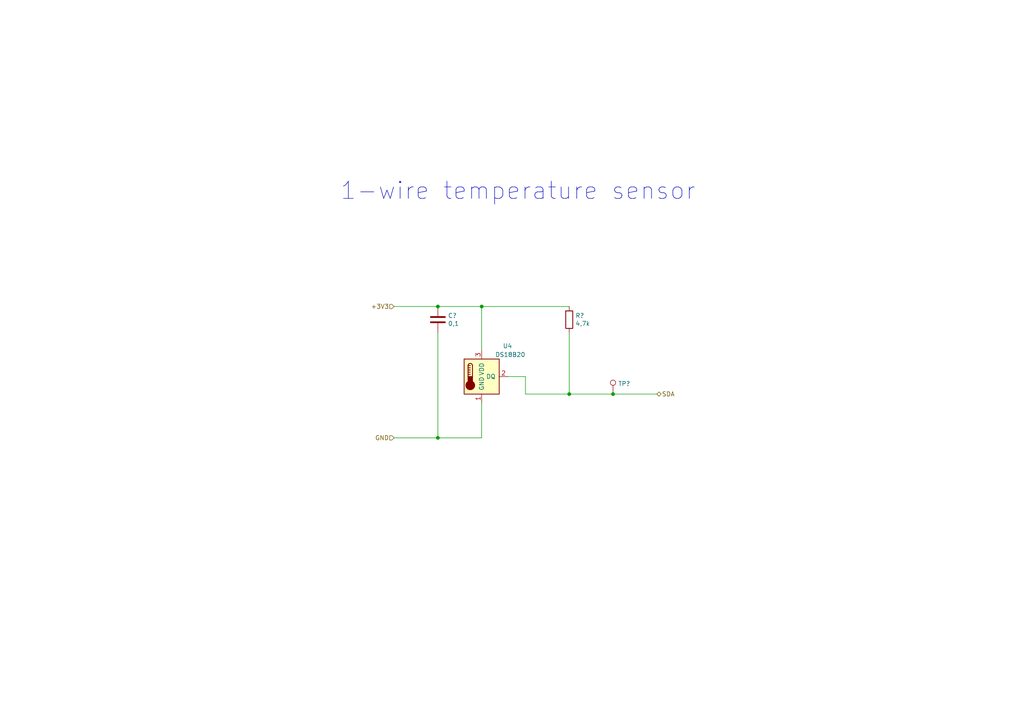
<source format=kicad_sch>
(kicad_sch (version 20231120) (generator "eeschema") (generator_version "8.0")
  (paper "A4")
  (title_block (title "Furnace 230V") (date "2021-08-26") (rev "1.0") (company "Yuriy Volkov"))
  (lib_symbols
    (symbol "furnace_230V-rescue:C-Device" (pin_numbers hide) (pin_names (offset 0.254))
      (property "Reference" "C" (at 0.635 2.54 0))
      (property "Value" "C-Device" (at 0.635 -2.54 0))
      (symbol "C-Device_0_1"
        (polyline (pts (xy -2.032 -0.762) (xy 2.032 -0.762)) (stroke (width 0.508)))
        (polyline (pts (xy -2.032 0.762) (xy 2.032 0.762)) (stroke (width 0.508)))
      )
      (symbol "C-Device_1_1"
        (pin passive line (at 0 3.81 270) (length 2.794) (name "~") (number "1"))
        (pin passive line (at 0 -3.81 90) (length 2.794) (name "~") (number "2"))
      )
    )
    (symbol "furnace_230V-rescue:DS18B20-Sensor_Temperature" (pin_names (offset 1.016))
      (property "Reference" "U" (at -3.81 6.35 0))
      (property "Value" "DS18B20-Sensor_Temperature" (at 6.35 6.35 0))
      (symbol "DS18B20-Sensor_Temperature_0_1"
        (rectangle (start -5.08 5.08) (end 5.08 -5.08) (stroke (width 0.254)) (fill (type background)))
        (circle (center -3.302 -2.54) (radius 1.27) (stroke (width 0.254)) (fill (type outline)))
        (rectangle (start -2.667 -1.905) (end -3.937 0) (stroke (width 0.254)) (fill (type outline)))
        (arc (start -2.667 3.175) (mid -3.302 3.81) (end -3.937 3.175) (stroke (width 0.254)))
        (polyline (pts (xy -3.937 0.635) (xy -3.302 0.635)) (stroke (width 0.254)))
        (polyline (pts (xy -3.937 1.27) (xy -3.302 1.27)) (stroke (width 0.254)))
        (polyline (pts (xy -3.937 1.905) (xy -3.302 1.905)) (stroke (width 0.254)))
        (polyline (pts (xy -3.937 2.54) (xy -3.302 2.54)) (stroke (width 0.254)))
        (polyline (pts (xy -3.937 3.175) (xy -3.937 0)) (stroke (width 0.254)))
        (polyline (pts (xy -3.937 3.175) (xy -3.302 3.175)) (stroke (width 0.254)))
        (polyline (pts (xy -2.667 3.175) (xy -2.667 0)) (stroke (width 0.254)))
      )
      (symbol "DS18B20-Sensor_Temperature_1_1"
        (pin power_in line (at 0 -7.62 90) (length 2.54) (name "GND") (number "1"))
        (pin bidirectional line (at 7.62 0 180) (length 2.54) (name "DQ") (number "2"))
        (pin power_in line (at 0 7.62 270) (length 2.54) (name "VDD") (number "3"))
      )
    )
    (symbol "furnace_230V-rescue:R-Device" (pin_numbers hide) (pin_names (offset 0))
      (property "Reference" "R" (at 2.032 0 90))
      (property "Value" "R-Device" (at 0 0 90))
      (symbol "R-Device_0_1"
        (rectangle (start -1.016 -2.54) (end 1.016 2.54) (stroke (width 0.254)))
      )
      (symbol "R-Device_1_1"
        (pin passive line (at 0 3.81 270) (length 1.27) (name "~") (number "1"))
        (pin passive line (at 0 -3.81 90) (length 1.27) (name "~") (number "2"))
      )
    )
    (symbol "furnace_230V-rescue:TestPoint-Connector" (pin_numbers hide) (pin_names (offset 0.762) hide)
      (property "Reference" "TP" (at 0 6.858 0))
      (property "Value" "TestPoint-Connector" (at 0 5.08 0))
      (symbol "TestPoint-Connector_0_1"
        (circle (center 0 3.302) (radius 0.762))
      )
      (symbol "TestPoint-Connector_1_1"
        (pin passive line (at 0 0 90) (length 2.54) (name "1") (number "1"))
      )
    )
  )
  (junction (at 139.7 88.9))
  (junction (at 127 88.9))
  (junction (at 127 127))
  (junction (at 165.1 114.3))
  (junction (at 177.8 114.3))
  (wire (pts (xy 114.3 88.9) (xy 127 88.9)))
  (wire (pts (xy 165.1 114.3) (xy 177.8 114.3)))
  (wire (pts (xy 152.4 109.22) (xy 152.4 114.3)))
  (wire (pts (xy 152.4 114.3) (xy 165.1 114.3)))
  (wire (pts (xy 177.8 114.3) (xy 190.5 114.3)))
  (wire (pts (xy 147.32 109.22) (xy 152.4 109.22)))
  (wire (pts (xy 139.7 101.6) (xy 139.7 88.9)))
  (wire (pts (xy 139.7 88.9) (xy 165.1 88.9)))
  (wire (pts (xy 165.1 96.52) (xy 165.1 114.3)))
  (wire (pts (xy 127 96.52) (xy 127 127)))
  (wire (pts (xy 139.7 127) (xy 127 127)))
  (wire (pts (xy 127 127) (xy 114.3 127)))
  (wire (pts (xy 139.7 116.84) (xy 139.7 127)))
  (wire (pts (xy 127 88.9) (xy 139.7 88.9)))
  (text "1-wire temperature sensor" (at 201.93 58.42 0) (effects (font (size 5.0038 5.0038)) (justify right bottom)))
  (hierarchical_label "GND" (shape input) (at 114.3 127 180))
  (hierarchical_label "SDA" (shape bidirectional) (at 190.5 114.3 0))
  (hierarchical_label "+3V3" (shape input) (at 114.3 88.9 180))
  (symbol (lib_id "furnace_230V-rescue:DS18B20-Sensor_Temperature") (at 139.7 109.22 0) (unit 1)
    (property "Reference" "U4" (at 148.59 100.33 0) (effects (justify right)))
    (property "Value" "DS18B20" (at 152.4 102.87 0) (effects (justify right)))
    (property "Footprint" "Package_TO_SOT_THT:TO-92_Inline" (effects (hide yes)))
    (property "Datasheet" "http://datasheets.maximintegrated.com/en/ds/DS18B20.pdf" (effects (hide yes)))
  )
  (symbol (lib_id "furnace_230V-rescue:C-Device") (at 127 92.71 0) (unit 1)
    (property "Reference" "C?" (at 129.921 91.5416 0) (effects (justify left)))
    (property "Value" "0,1" (at 129.921 93.853 0) (effects (justify left)))
    (property "Footprint" "Capacitor_SMD:C_0603_1608Metric_Pad1.05x0.95mm_HandSolder" (effects (hide yes)))
    (instances (project "" (path "" (reference "C?") (unit 1)) (path "" (reference "C?") (unit 1)) (path "" (reference "C13") (unit 1))))
  )
  (symbol (lib_id "furnace_230V-rescue:R-Device") (at 165.1 92.71 0) (unit 1)
    (property "Reference" "R?" (at 166.878 91.5416 0) (effects (justify left)))
    (property "Value" "4,7k" (at 166.878 93.853 0) (effects (justify left)))
    (property "Footprint" "Resistor_SMD:R_0603_1608Metric_Pad1.05x0.95mm_HandSolder" (effects (hide yes)))
    (instances (project "" (path "" (reference "R?") (unit 1)) (path "" (reference "R?") (unit 1)) (path "" (reference "R8") (unit 1))))
  )
  (symbol (lib_id "furnace_230V-rescue:TestPoint-Connector") (at 177.8 114.3 0) (unit 1)
    (property "Reference" "TP?" (at 179.2732 111.3028 0) (effects (justify left)))
    (property "Value" "TestPoint" (effects (hide yes)))
    (property "Footprint" "furnace_230V:TP" (effects (hide yes)))
    (instances (project "" (path "" (reference "TP?") (unit 1)) (path "" (reference "TP?") (unit 1)) (path "" (reference "TP6") (unit 1))))
  )
)
</source>
